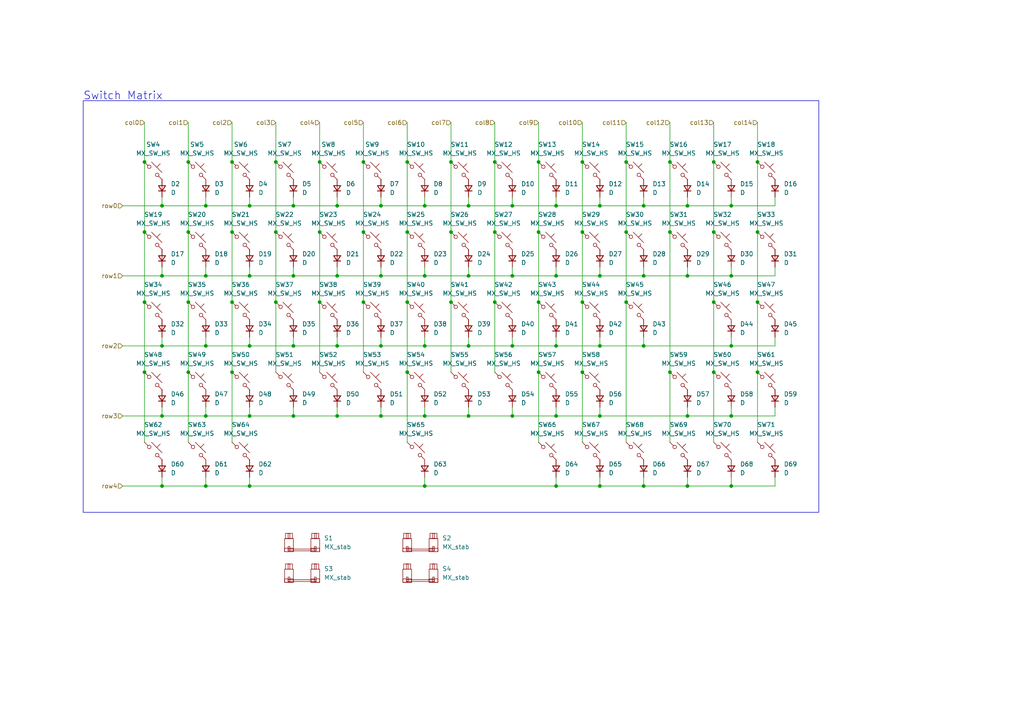
<source format=kicad_sch>
(kicad_sch (version 20230121) (generator eeschema)
  (paper "A4")
  (lib_symbols
    (symbol "Device:D_Small" (pin_numbers hide) (pin_names (offset 0.254) hide)
      (property "Reference" "D" (at -1.27 2.032 0))
      (property "Value" "D_Small" (at -3.81 -2.032 0))
      (symbol "D_Small_1_1"
        (pin passive line (at -2.54 0 0) (length 1.778) (name "K") (number "1"))
        (pin passive line (at 2.54 0 180) (length 1.778) (name "A") (number "2"))
      )
    )
    (symbol "marbastlib-mx:MX_SW_HS" (pin_numbers hide) (pin_names (offset 1.016) hide)
      (property "Reference" "SW" (at 3.048 1.016 0))
      (property "Value" "MX_SW_HS" (at 0 -3.81 0))
      (symbol "MX_SW_HS_0_1"
        (pin passive line (at -2.54 2.54 0) (length 0) (name "1") (number "1"))
        (pin passive line (at 2.54 -2.54 180) (length 0) (name "2") (number "2"))
      )
    )
    (symbol "marbastlib-mx:MX_stab" (pin_names (offset 1.016))
      (property "Reference" "S" (at -5.08 6.35 0))
      (property "Value" "MX_stab" (at -5.08 3.81 0))
    )
  )
  (junction (at 67.31 46.99))
  (junction (at 212.09 120.65))
  (junction (at 110.49 100.33))
  (junction (at 123.19 140.97))
  (junction (at 72.39 59.69))
  (junction (at 173.99 59.69))
  (junction (at 80.01 46.99))
  (junction (at 130.81 67.31))
  (junction (at 156.21 107.95))
  (junction (at 161.29 80.01))
  (junction (at 212.09 140.97))
  (junction (at 118.11 87.63))
  (junction (at 212.09 59.69))
  (junction (at 118.11 107.95))
  (junction (at 67.31 87.63))
  (junction (at 97.79 80.01))
  (junction (at 143.51 67.31))
  (junction (at 41.91 107.95))
  (junction (at 105.41 46.99))
  (junction (at 181.61 46.99))
  (junction (at 161.29 120.65))
  (junction (at 168.91 46.99))
  (junction (at 97.79 120.65))
  (junction (at 46.99 80.01))
  (junction (at 186.69 140.97))
  (junction (at 219.71 107.95))
  (junction (at 67.31 107.95))
  (junction (at 54.61 107.95))
  (junction (at 80.01 87.63))
  (junction (at 72.39 140.97))
  (junction (at 207.01 107.95))
  (junction (at 168.91 67.31))
  (junction (at 59.69 80.01))
  (junction (at 59.69 140.97))
  (junction (at 212.09 80.01))
  (junction (at 219.71 46.99))
  (junction (at 72.39 100.33))
  (junction (at 110.49 80.01))
  (junction (at 156.21 67.31))
  (junction (at 161.29 59.69))
  (junction (at 135.89 120.65))
  (junction (at 199.39 120.65))
  (junction (at 207.01 87.63))
  (junction (at 207.01 46.99))
  (junction (at 46.99 100.33))
  (junction (at 110.49 59.69))
  (junction (at 199.39 80.01))
  (junction (at 92.71 87.63))
  (junction (at 85.09 120.65))
  (junction (at 72.39 120.65))
  (junction (at 173.99 140.97))
  (junction (at 219.71 67.31))
  (junction (at 219.71 87.63))
  (junction (at 173.99 100.33))
  (junction (at 85.09 59.69))
  (junction (at 173.99 120.65))
  (junction (at 130.81 87.63))
  (junction (at 105.41 87.63))
  (junction (at 118.11 67.31))
  (junction (at 135.89 80.01))
  (junction (at 148.59 59.69))
  (junction (at 194.31 67.31))
  (junction (at 54.61 46.99))
  (junction (at 186.69 59.69))
  (junction (at 118.11 46.99))
  (junction (at 156.21 87.63))
  (junction (at 46.99 59.69))
  (junction (at 72.39 80.01))
  (junction (at 123.19 120.65))
  (junction (at 54.61 87.63))
  (junction (at 161.29 100.33))
  (junction (at 181.61 67.31))
  (junction (at 41.91 87.63))
  (junction (at 143.51 46.99))
  (junction (at 67.31 67.31))
  (junction (at 173.99 80.01))
  (junction (at 181.61 87.63))
  (junction (at 92.71 67.31))
  (junction (at 148.59 120.65))
  (junction (at 148.59 100.33))
  (junction (at 156.21 46.99))
  (junction (at 59.69 120.65))
  (junction (at 123.19 80.01))
  (junction (at 92.71 46.99))
  (junction (at 59.69 59.69))
  (junction (at 161.29 140.97))
  (junction (at 212.09 100.33))
  (junction (at 186.69 100.33))
  (junction (at 194.31 107.95))
  (junction (at 199.39 140.97))
  (junction (at 41.91 46.99))
  (junction (at 168.91 87.63))
  (junction (at 80.01 67.31))
  (junction (at 123.19 100.33))
  (junction (at 186.69 80.01))
  (junction (at 85.09 80.01))
  (junction (at 143.51 87.63))
  (junction (at 46.99 120.65))
  (junction (at 199.39 59.69))
  (junction (at 135.89 100.33))
  (junction (at 135.89 59.69))
  (junction (at 207.01 67.31))
  (junction (at 46.99 140.97))
  (junction (at 168.91 107.95))
  (junction (at 105.41 67.31))
  (junction (at 123.19 59.69))
  (junction (at 194.31 46.99))
  (junction (at 85.09 100.33))
  (junction (at 110.49 120.65))
  (junction (at 148.59 80.01))
  (junction (at 59.69 100.33))
  (junction (at 97.79 100.33))
  (junction (at 130.81 46.99))
  (junction (at 41.91 67.31))
  (junction (at 54.61 67.31))
  (junction (at 97.79 59.69))
  (wire (pts (xy 156.21 107.95) (xy 156.21 128.27)))
  (wire (pts (xy 92.71 67.31) (xy 92.71 87.63)))
  (wire (pts (xy 41.91 107.95) (xy 41.91 128.27)))
  (wire (pts (xy 85.09 120.65) (xy 97.79 120.65)))
  (wire (pts (xy 168.91 107.95) (xy 168.91 128.27)))
  (wire (pts (xy 59.69 97.79) (xy 59.69 100.33)))
  (wire (pts (xy 118.11 67.31) (xy 118.11 87.63)))
  (wire (pts (xy 72.39 97.79) (xy 72.39 100.33)))
  (wire (pts (xy 161.29 77.47) (xy 161.29 80.01)))
  (wire (pts (xy 199.39 80.01) (xy 212.09 80.01)))
  (polyline (pts (xy 24.13 30.48) (xy 24.13 31.75)))
  (wire (pts (xy 207.01 67.31) (xy 207.01 87.63)))
  (wire (pts (xy 199.39 59.69) (xy 212.09 59.69)))
  (wire (pts (xy 35.56 100.33) (xy 46.99 100.33)))
  (wire (pts (xy 130.81 35.56) (xy 130.81 46.99)))
  (wire (pts (xy 92.71 35.56) (xy 92.71 46.99)))
  (wire (pts (xy 97.79 77.47) (xy 97.79 80.01)))
  (polyline (pts (xy 24.13 148.59) (xy 237.49 148.59)))
  (wire (pts (xy 224.79 140.97) (xy 224.79 138.43)))
  (wire (pts (xy 168.91 87.63) (xy 168.91 107.95)))
  (wire (pts (xy 54.61 46.99) (xy 54.61 67.31)))
  (polyline (pts (xy 237.49 148.59) (xy 237.49 29.21)))
  (wire (pts (xy 219.71 46.99) (xy 219.71 67.31)))
  (wire (pts (xy 135.89 57.15) (xy 135.89 59.69)))
  (wire (pts (xy 59.69 80.01) (xy 72.39 80.01)))
  (wire (pts (xy 85.09 57.15) (xy 85.09 59.69)))
  (wire (pts (xy 156.21 46.99) (xy 156.21 67.31)))
  (wire (pts (xy 72.39 140.97) (xy 123.19 140.97)))
  (wire (pts (xy 224.79 57.15) (xy 224.79 59.69)))
  (wire (pts (xy 110.49 100.33) (xy 123.19 100.33)))
  (wire (pts (xy 143.51 67.31) (xy 143.51 87.63)))
  (wire (pts (xy 173.99 77.47) (xy 173.99 80.01)))
  (wire (pts (xy 110.49 77.47) (xy 110.49 80.01)))
  (wire (pts (xy 54.61 67.31) (xy 54.61 87.63)))
  (wire (pts (xy 85.09 77.47) (xy 85.09 80.01)))
  (polyline (pts (xy 24.13 29.21) (xy 24.13 30.48)))
  (wire (pts (xy 123.19 138.43) (xy 123.19 140.97)))
  (wire (pts (xy 97.79 57.15) (xy 97.79 59.69)))
  (wire (pts (xy 173.99 97.79) (xy 173.99 100.33)))
  (wire (pts (xy 67.31 35.56) (xy 67.31 46.99)))
  (wire (pts (xy 118.11 87.63) (xy 118.11 107.95)))
  (wire (pts (xy 54.61 107.95) (xy 54.61 128.27)))
  (wire (pts (xy 173.99 100.33) (xy 186.69 100.33)))
  (wire (pts (xy 123.19 77.47) (xy 123.19 80.01)))
  (wire (pts (xy 110.49 97.79) (xy 110.49 100.33)))
  (wire (pts (xy 59.69 120.65) (xy 72.39 120.65)))
  (wire (pts (xy 212.09 97.79) (xy 212.09 100.33)))
  (wire (pts (xy 148.59 118.11) (xy 148.59 120.65)))
  (wire (pts (xy 212.09 120.65) (xy 224.79 120.65)))
  (wire (pts (xy 168.91 67.31) (xy 168.91 87.63)))
  (wire (pts (xy 110.49 57.15) (xy 110.49 59.69)))
  (wire (pts (xy 80.01 87.63) (xy 80.01 107.95)))
  (wire (pts (xy 199.39 140.97) (xy 212.09 140.97)))
  (wire (pts (xy 173.99 57.15) (xy 173.99 59.69)))
  (wire (pts (xy 67.31 87.63) (xy 67.31 107.95)))
  (wire (pts (xy 92.71 46.99) (xy 92.71 67.31)))
  (wire (pts (xy 72.39 138.43) (xy 72.39 140.97)))
  (wire (pts (xy 59.69 138.43) (xy 59.69 140.97)))
  (wire (pts (xy 85.09 59.69) (xy 97.79 59.69)))
  (wire (pts (xy 207.01 35.56) (xy 207.01 46.99)))
  (wire (pts (xy 194.31 46.99) (xy 194.31 67.31)))
  (wire (pts (xy 46.99 97.79) (xy 46.99 100.33)))
  (wire (pts (xy 46.99 59.69) (xy 59.69 59.69)))
  (wire (pts (xy 123.19 59.69) (xy 135.89 59.69)))
  (wire (pts (xy 143.51 87.63) (xy 143.51 107.95)))
  (wire (pts (xy 67.31 46.99) (xy 67.31 67.31)))
  (wire (pts (xy 207.01 87.63) (xy 207.01 107.95)))
  (wire (pts (xy 135.89 97.79) (xy 135.89 100.33)))
  (wire (pts (xy 41.91 67.31) (xy 41.91 87.63)))
  (wire (pts (xy 161.29 100.33) (xy 173.99 100.33)))
  (wire (pts (xy 46.99 57.15) (xy 46.99 59.69)))
  (wire (pts (xy 148.59 59.69) (xy 161.29 59.69)))
  (wire (pts (xy 35.56 59.69) (xy 46.99 59.69)))
  (wire (pts (xy 92.71 87.63) (xy 92.71 107.95)))
  (wire (pts (xy 186.69 57.15) (xy 186.69 59.69)))
  (wire (pts (xy 72.39 77.47) (xy 72.39 80.01)))
  (wire (pts (xy 212.09 80.01) (xy 224.79 80.01)))
  (wire (pts (xy 59.69 77.47) (xy 59.69 80.01)))
  (wire (pts (xy 97.79 97.79) (xy 97.79 100.33)))
  (wire (pts (xy 199.39 77.47) (xy 199.39 80.01)))
  (polyline (pts (xy 237.49 29.21) (xy 24.13 29.21)))
  (wire (pts (xy 46.99 80.01) (xy 59.69 80.01)))
  (wire (pts (xy 168.91 35.56) (xy 168.91 46.99)))
  (wire (pts (xy 110.49 80.01) (xy 123.19 80.01)))
  (wire (pts (xy 186.69 77.47) (xy 186.69 80.01)))
  (wire (pts (xy 118.11 107.95) (xy 118.11 128.27)))
  (wire (pts (xy 59.69 59.69) (xy 72.39 59.69)))
  (wire (pts (xy 212.09 57.15) (xy 212.09 59.69)))
  (wire (pts (xy 212.09 140.97) (xy 224.79 140.97)))
  (wire (pts (xy 173.99 59.69) (xy 186.69 59.69)))
  (wire (pts (xy 80.01 46.99) (xy 80.01 67.31)))
  (wire (pts (xy 46.99 120.65) (xy 59.69 120.65)))
  (wire (pts (xy 135.89 118.11) (xy 135.89 120.65)))
  (wire (pts (xy 67.31 67.31) (xy 67.31 87.63)))
  (wire (pts (xy 46.99 140.97) (xy 59.69 140.97)))
  (wire (pts (xy 72.39 118.11) (xy 72.39 120.65)))
  (wire (pts (xy 148.59 120.65) (xy 161.29 120.65)))
  (wire (pts (xy 123.19 140.97) (xy 161.29 140.97)))
  (wire (pts (xy 156.21 87.63) (xy 156.21 107.95)))
  (wire (pts (xy 207.01 46.99) (xy 207.01 67.31)))
  (wire (pts (xy 123.19 57.15) (xy 123.19 59.69)))
  (wire (pts (xy 212.09 118.11) (xy 212.09 120.65)))
  (wire (pts (xy 123.19 118.11) (xy 123.19 120.65)))
  (wire (pts (xy 46.99 100.33) (xy 59.69 100.33)))
  (wire (pts (xy 148.59 100.33) (xy 161.29 100.33)))
  (wire (pts (xy 148.59 77.47) (xy 148.59 80.01)))
  (wire (pts (xy 181.61 35.56) (xy 181.61 46.99)))
  (wire (pts (xy 135.89 59.69) (xy 148.59 59.69)))
  (wire (pts (xy 219.71 35.56) (xy 219.71 46.99)))
  (wire (pts (xy 105.41 46.99) (xy 105.41 67.31)))
  (wire (pts (xy 41.91 35.56) (xy 41.91 46.99)))
  (wire (pts (xy 110.49 59.69) (xy 123.19 59.69)))
  (wire (pts (xy 118.11 46.99) (xy 118.11 67.31)))
  (wire (pts (xy 161.29 59.69) (xy 173.99 59.69)))
  (wire (pts (xy 207.01 107.95) (xy 207.01 128.27)))
  (wire (pts (xy 219.71 107.95) (xy 219.71 128.27)))
  (wire (pts (xy 59.69 118.11) (xy 59.69 120.65)))
  (wire (pts (xy 110.49 118.11) (xy 110.49 120.65)))
  (wire (pts (xy 123.19 100.33) (xy 135.89 100.33)))
  (wire (pts (xy 85.09 118.11) (xy 85.09 120.65)))
  (wire (pts (xy 186.69 80.01) (xy 199.39 80.01)))
  (wire (pts (xy 199.39 118.11) (xy 199.39 120.65)))
  (wire (pts (xy 161.29 120.65) (xy 173.99 120.65)))
  (wire (pts (xy 72.39 80.01) (xy 85.09 80.01)))
  (wire (pts (xy 105.41 67.31) (xy 105.41 87.63)))
  (wire (pts (xy 161.29 80.01) (xy 173.99 80.01)))
  (wire (pts (xy 35.56 120.65) (xy 46.99 120.65)))
  (wire (pts (xy 212.09 138.43) (xy 212.09 140.97)))
  (wire (pts (xy 181.61 87.63) (xy 181.61 128.27)))
  (wire (pts (xy 161.29 57.15) (xy 161.29 59.69)))
  (wire (pts (xy 161.29 138.43) (xy 161.29 140.97)))
  (wire (pts (xy 212.09 77.47) (xy 212.09 80.01)))
  (wire (pts (xy 224.79 77.47) (xy 224.79 80.01)))
  (wire (pts (xy 41.91 87.63) (xy 41.91 107.95)))
  (wire (pts (xy 186.69 59.69) (xy 199.39 59.69)))
  (wire (pts (xy 72.39 57.15) (xy 72.39 59.69)))
  (wire (pts (xy 110.49 120.65) (xy 123.19 120.65)))
  (wire (pts (xy 194.31 67.31) (xy 194.31 107.95)))
  (wire (pts (xy 173.99 118.11) (xy 173.99 120.65)))
  (wire (pts (xy 173.99 138.43) (xy 173.99 140.97)))
  (wire (pts (xy 59.69 57.15) (xy 59.69 59.69)))
  (wire (pts (xy 173.99 120.65) (xy 199.39 120.65)))
  (wire (pts (xy 97.79 118.11) (xy 97.79 120.65)))
  (wire (pts (xy 130.81 67.31) (xy 130.81 87.63)))
  (wire (pts (xy 219.71 87.63) (xy 219.71 107.95)))
  (wire (pts (xy 161.29 118.11) (xy 161.29 120.65)))
  (wire (pts (xy 186.69 138.43) (xy 186.69 140.97)))
  (wire (pts (xy 46.99 77.47) (xy 46.99 80.01)))
  (wire (pts (xy 173.99 140.97) (xy 186.69 140.97)))
  (wire (pts (xy 72.39 120.65) (xy 85.09 120.65)))
  (wire (pts (xy 54.61 35.56) (xy 54.61 46.99)))
  (wire (pts (xy 224.79 97.79) (xy 224.79 100.33)))
  (wire (pts (xy 35.56 80.01) (xy 46.99 80.01)))
  (wire (pts (xy 161.29 140.97) (xy 173.99 140.97)))
  (wire (pts (xy 105.41 87.63) (xy 105.41 107.95)))
  (wire (pts (xy 186.69 100.33) (xy 212.09 100.33)))
  (wire (pts (xy 97.79 80.01) (xy 110.49 80.01)))
  (wire (pts (xy 199.39 138.43) (xy 199.39 140.97)))
  (wire (pts (xy 46.99 118.11) (xy 46.99 120.65)))
  (wire (pts (xy 156.21 67.31) (xy 156.21 87.63)))
  (wire (pts (xy 168.91 46.99) (xy 168.91 67.31)))
  (wire (pts (xy 135.89 120.65) (xy 148.59 120.65)))
  (wire (pts (xy 181.61 67.31) (xy 181.61 87.63)))
  (wire (pts (xy 123.19 97.79) (xy 123.19 100.33)))
  (wire (pts (xy 148.59 97.79) (xy 148.59 100.33)))
  (wire (pts (xy 148.59 57.15) (xy 148.59 59.69)))
  (wire (pts (xy 80.01 67.31) (xy 80.01 87.63)))
  (wire (pts (xy 59.69 140.97) (xy 72.39 140.97)))
  (wire (pts (xy 123.19 120.65) (xy 135.89 120.65)))
  (polyline (pts (xy 24.13 31.75) (xy 24.13 148.59)))
  (wire (pts (xy 161.29 97.79) (xy 161.29 100.33)))
  (wire (pts (xy 35.56 140.97) (xy 46.99 140.97)))
  (wire (pts (xy 143.51 35.56) (xy 143.51 46.99)))
  (wire (pts (xy 186.69 97.79) (xy 186.69 100.33)))
  (wire (pts (xy 67.31 107.95) (xy 67.31 128.27)))
  (wire (pts (xy 85.09 100.33) (xy 97.79 100.33)))
  (wire (pts (xy 173.99 80.01) (xy 186.69 80.01)))
  (wire (pts (xy 54.61 87.63) (xy 54.61 107.95)))
  (wire (pts (xy 148.59 80.01) (xy 161.29 80.01)))
  (wire (pts (xy 181.61 46.99) (xy 181.61 67.31)))
  (wire (pts (xy 80.01 35.56) (xy 80.01 46.99)))
  (wire (pts (xy 143.51 46.99) (xy 143.51 67.31)))
  (wire (pts (xy 194.31 107.95) (xy 194.31 128.27)))
  (wire (pts (xy 212.09 100.33) (xy 224.79 100.33)))
  (wire (pts (xy 224.79 118.11) (xy 224.79 120.65)))
  (wire (pts (xy 85.09 97.79) (xy 85.09 100.33)))
  (wire (pts (xy 186.69 140.97) (xy 199.39 140.97)))
  (wire (pts (xy 105.41 35.56) (xy 105.41 46.99)))
  (wire (pts (xy 212.09 59.69) (xy 224.79 59.69)))
  (wire (pts (xy 194.31 35.56) (xy 194.31 46.99)))
  (wire (pts (xy 118.11 35.56) (xy 118.11 46.99)))
  (wire (pts (xy 97.79 100.33) (xy 110.49 100.33)))
  (wire (pts (xy 135.89 100.33) (xy 148.59 100.33)))
  (wire (pts (xy 156.21 35.56) (xy 156.21 46.99)))
  (wire (pts (xy 199.39 57.15) (xy 199.39 59.69)))
  (wire (pts (xy 46.99 138.43) (xy 46.99 140.97)))
  (wire (pts (xy 130.81 46.99) (xy 130.81 67.31)))
  (wire (pts (xy 72.39 100.33) (xy 85.09 100.33)))
  (wire (pts (xy 97.79 59.69) (xy 110.49 59.69)))
  (wire (pts (xy 135.89 77.47) (xy 135.89 80.01)))
  (wire (pts (xy 85.09 80.01) (xy 97.79 80.01)))
  (wire (pts (xy 59.69 100.33) (xy 72.39 100.33)))
  (wire (pts (xy 123.19 80.01) (xy 135.89 80.01)))
  (wire (pts (xy 41.91 46.99) (xy 41.91 67.31)))
  (wire (pts (xy 135.89 80.01) (xy 148.59 80.01)))
  (wire (pts (xy 199.39 120.65) (xy 212.09 120.65)))
  (wire (pts (xy 97.79 120.65) (xy 110.49 120.65)))
  (wire (pts (xy 72.39 59.69) (xy 85.09 59.69)))
  (wire (pts (xy 219.71 67.31) (xy 219.71 87.63)))
  (wire (pts (xy 130.81 87.63) (xy 130.81 107.95)))
  (text "Switch Matrix" (at 24.13 29.21 0) (effects (font (size 2.27 2.27)) (justify left bottom)))
  (hierarchical_label "row2" (shape input) (at 35.56 100.33 180))
  (hierarchical_label "col12" (shape input) (at 194.31 35.56 180))
  (hierarchical_label "col14" (shape input) (at 219.71 35.56 180))
  (hierarchical_label "row4" (shape input) (at 35.56 140.97 180))
  (hierarchical_label "col5" (shape input) (at 105.41 35.56 180))
  (hierarchical_label "col9" (shape input) (at 156.21 35.56 180))
  (hierarchical_label "col6" (shape input) (at 118.11 35.56 180))
  (hierarchical_label "row0" (shape input) (at 35.56 59.69 180))
  (hierarchical_label "col7" (shape input) (at 130.81 35.56 180))
  (hierarchical_label "row3" (shape input) (at 35.56 120.65 180))
  (hierarchical_label "col13" (shape input) (at 207.01 35.56 180))
  (hierarchical_label "col8" (shape input) (at 143.51 35.56 180))
  (hierarchical_label "col0" (shape input) (at 41.91 35.56 180))
  (hierarchical_label "col10" (shape input) (at 168.91 35.56 180))
  (hierarchical_label "col2" (shape input) (at 67.31 35.56 180))
  (hierarchical_label "row1" (shape input) (at 35.56 80.01 180))
  (hierarchical_label "col4" (shape input) (at 92.71 35.56 180))
  (hierarchical_label "col3" (shape input) (at 80.01 35.56 180))
  (hierarchical_label "col11" (shape input) (at 181.61 35.56 180))
  (hierarchical_label "col1" (shape input) (at 54.61 35.56 180))
  (symbol (lib_id "Device:D_Small") (at 135.89 115.57 90) (unit 1)
    (property "Reference" "D53" (at 138.43 114.2999 90) (effects (justify right)))
    (property "Value" "D" (at 138.43 116.8399 90) (effects (justify right)))
    (property "Footprint" "marbastvary:D_DO-35_SOD27_P5.08mm_Horizontal" (effects hide))
  )
  (symbol (lib_id "marbastlib-mx:MX_SW_HS") (at 209.55 69.85 0) (unit 1)
    (property "Reference" "SW32" (at 209.55 62.23 0))
    (property "Value" "MX_SW_HS" (at 209.55 64.77 0))
    (property "Footprint" "marbastmx:SW_MX_1.5u" (effects hide))
  )
  (symbol (lib_id "marbastlib-mx:MX_SW_HS") (at 171.45 69.85 0) (unit 1)
    (property "Reference" "SW29" (at 171.45 62.23 0))
    (property "Value" "MX_SW_HS" (at 171.45 64.77 0))
    (property "Footprint" "marbastmx:SW_MX_1u" (effects hide))
  )
  (symbol (lib_id "marbastlib-mx:MX_SW_HS") (at 120.65 49.53 0) (unit 1)
    (property "Reference" "SW10" (at 120.65 41.91 0))
    (property "Value" "MX_SW_HS" (at 120.65 44.45 0))
    (property "Footprint" "marbastmx:SW_MX_1u" (effects hide))
  )
  (symbol (lib_id "Device:D_Small") (at 212.09 115.57 90) (unit 1)
    (property "Reference" "D58" (at 214.63 114.2999 90) (effects (justify right)))
    (property "Value" "D" (at 214.63 116.8399 90) (effects (justify right)))
    (property "Footprint" "marbastvary:D_DO-35_SOD27_P5.08mm_Horizontal" (effects hide))
  )
  (symbol (lib_id "Device:D_Small") (at 224.79 54.61 90) (unit 1)
    (property "Reference" "D16" (at 227.33 53.3399 90) (effects (justify right)))
    (property "Value" "D" (at 227.33 55.8799 90) (effects (justify right)))
    (property "Footprint" "marbastvary:D_DO-35_SOD27_P5.08mm_Horizontal" (effects hide))
  )
  (symbol (lib_id "Device:D_Small") (at 123.19 115.57 90) (unit 1)
    (property "Reference" "D52" (at 125.73 114.2999 90) (effects (justify right)))
    (property "Value" "D" (at 125.73 116.8399 90) (effects (justify right)))
    (property "Footprint" "marbastvary:D_DO-35_SOD27_P5.08mm_Horizontal" (effects hide))
  )
  (symbol (lib_id "Device:D_Small") (at 135.89 95.25 90) (unit 1)
    (property "Reference" "D39" (at 138.43 93.9799 90) (effects (justify right)))
    (property "Value" "D" (at 138.43 96.5199 90) (effects (justify right)))
    (property "Footprint" "marbastvary:D_DO-35_SOD27_P5.08mm_Horizontal" (effects hide))
  )
  (symbol (lib_id "marbastlib-mx:MX_SW_HS") (at 184.15 130.81 0) (unit 1)
    (property "Reference" "SW68" (at 184.15 123.19 0))
    (property "Value" "MX_SW_HS" (at 184.15 125.73 0))
    (property "Footprint" "marbastmx:SW_MX_1u" (effects hide))
  )
  (symbol (lib_id "Device:D_Small") (at 85.09 54.61 90) (unit 1)
    (property "Reference" "D5" (at 87.63 53.3399 90) (effects (justify right)))
    (property "Value" "D" (at 87.63 55.8799 90) (effects (justify right)))
    (property "Footprint" "marbastvary:D_DO-35_SOD27_P5.08mm_Horizontal" (effects hide))
  )
  (symbol (lib_id "Device:D_Small") (at 123.19 95.25 90) (unit 1)
    (property "Reference" "D38" (at 125.73 93.9799 90) (effects (justify right)))
    (property "Value" "D" (at 125.73 96.5199 90) (effects (justify right)))
    (property "Footprint" "marbastvary:D_DO-35_SOD27_P5.08mm_Horizontal" (effects hide))
  )
  (symbol (lib_id "marbastlib-mx:MX_SW_HS") (at 171.45 90.17 0) (unit 1)
    (property "Reference" "SW44" (at 171.45 82.55 0))
    (property "Value" "MX_SW_HS" (at 171.45 85.09 0))
    (property "Footprint" "marbastmx:SW_MX_1u" (effects hide))
  )
  (symbol (lib_id "Device:D_Small") (at 224.79 135.89 90) (unit 1)
    (property "Reference" "D69" (at 227.33 134.6199 90) (effects (justify right)))
    (property "Value" "D" (at 227.33 137.1599 90) (effects (justify right)))
    (property "Footprint" "marbastvary:D_DO-35_SOD27_P5.08mm_Horizontal" (effects hide))
  )
  (symbol (lib_id "marbastlib-mx:MX_SW_HS") (at 133.35 69.85 0) (unit 1)
    (property "Reference" "SW26" (at 133.35 62.23 0))
    (property "Value" "MX_SW_HS" (at 133.35 64.77 0))
    (property "Footprint" "marbastmx:SW_MX_1u" (effects hide))
  )
  (symbol (lib_id "marbastlib-mx:MX_SW_HS") (at 69.85 49.53 0) (unit 1)
    (property "Reference" "SW6" (at 69.85 41.91 0))
    (property "Value" "MX_SW_HS" (at 69.85 44.45 0))
    (property "Footprint" "marbastmx:SW_MX_1u" (effects hide))
  )
  (symbol (lib_id "Device:D_Small") (at 161.29 95.25 90) (unit 1)
    (property "Reference" "D41" (at 163.83 93.9799 90) (effects (justify right)))
    (property "Value" "D" (at 163.83 96.5199 90) (effects (justify right)))
    (property "Footprint" "marbastvary:D_DO-35_SOD27_P5.08mm_Horizontal" (effects hide))
  )
  (symbol (lib_id "Device:D_Small") (at 173.99 74.93 90) (unit 1)
    (property "Reference" "D27" (at 176.53 73.6599 90) (effects (justify right)))
    (property "Value" "D" (at 176.53 76.1999 90) (effects (justify right)))
    (property "Footprint" "marbastvary:D_DO-35_SOD27_P5.08mm_Horizontal" (effects hide))
  )
  (symbol (lib_id "Device:D_Small") (at 173.99 95.25 90) (unit 1)
    (property "Reference" "D42" (at 176.53 93.9799 90) (effects (justify right)))
    (property "Value" "D" (at 176.53 96.5199 90) (effects (justify right)))
    (property "Footprint" "marbastvary:D_DO-35_SOD27_P5.08mm_Horizontal" (effects hide))
  )
  (symbol (lib_id "Device:D_Small") (at 186.69 95.25 90) (unit 1)
    (property "Reference" "D43" (at 189.23 93.9799 90) (effects (justify right)))
    (property "Value" "D" (at 189.23 96.5199 90) (effects (justify right)))
    (property "Footprint" "marbastvary:D_DO-35_SOD27_P5.08mm_Horizontal" (effects hide))
  )
  (symbol (lib_id "Device:D_Small") (at 224.79 74.93 90) (unit 1)
    (property "Reference" "D31" (at 227.33 73.6599 90) (effects (justify right)))
    (property "Value" "D" (at 227.33 76.1999 90) (effects (justify right)))
    (property "Footprint" "marbastvary:D_DO-35_SOD27_P5.08mm_Horizontal" (effects hide))
  )
  (symbol (lib_id "marbastlib-mx:MX_SW_HS") (at 107.95 49.53 0) (unit 1)
    (property "Reference" "SW9" (at 107.95 41.91 0))
    (property "Value" "MX_SW_HS" (at 107.95 44.45 0))
    (property "Footprint" "marbastmx:SW_MX_1u" (effects hide))
  )
  (symbol (lib_id "Device:D_Small") (at 224.79 115.57 90) (unit 1)
    (property "Reference" "D59" (at 227.33 114.2999 90) (effects (justify right)))
    (property "Value" "D" (at 227.33 116.8399 90) (effects (justify right)))
    (property "Footprint" "marbastvary:D_DO-35_SOD27_P5.08mm_Horizontal" (effects hide))
  )
  (symbol (lib_id "marbastlib-mx:MX_SW_HS") (at 107.95 90.17 0) (unit 1)
    (property "Reference" "SW39" (at 107.95 82.55 0))
    (property "Value" "MX_SW_HS" (at 107.95 85.09 0))
    (property "Footprint" "marbastmx:SW_MX_1u" (effects hide))
  )
  (symbol (lib_id "Device:D_Small") (at 110.49 115.57 90) (unit 1)
    (property "Reference" "D51" (at 113.03 114.2999 90) (effects (justify right)))
    (property "Value" "D" (at 113.03 116.8399 90) (effects (justify right)))
    (property "Footprint" "marbastvary:D_DO-35_SOD27_P5.08mm_Horizontal" (effects hide))
  )
  (symbol (lib_id "Device:D_Small") (at 110.49 95.25 90) (unit 1)
    (property "Reference" "D37" (at 113.03 93.9799 90) (effects (justify right)))
    (property "Value" "D" (at 113.03 96.5199 90) (effects (justify right)))
    (property "Footprint" "marbastvary:D_DO-35_SOD27_P5.08mm_Horizontal" (effects hide))
  )
  (symbol (lib_id "Device:D_Small") (at 46.99 74.93 90) (unit 1)
    (property "Reference" "D17" (at 49.53 73.6599 90) (effects (justify right)))
    (property "Value" "D" (at 49.53 76.1999 90) (effects (justify right)))
    (property "Footprint" "marbastvary:D_DO-35_SOD27_P5.08mm_Horizontal" (effects hide))
  )
  (symbol (lib_id "marbastlib-mx:MX_SW_HS") (at 196.85 110.49 0) (unit 1)
    (property "Reference" "SW59" (at 196.85 102.87 0))
    (property "Value" "MX_SW_HS" (at 196.85 105.41 0))
    (property "Footprint" "marbastmx:SW_MX_1.75u" (effects hide))
  )
  (symbol (lib_id "Device:D_Small") (at 46.99 135.89 90) (unit 1)
    (property "Reference" "D60" (at 49.53 134.6199 90) (effects (justify right)))
    (property "Value" "D" (at 49.53 137.1599 90) (effects (justify right)))
    (property "Footprint" "marbastvary:D_DO-35_SOD27_P5.08mm_Horizontal" (effects hide))
  )
  (symbol (lib_id "Device:D_Small") (at 97.79 74.93 90) (unit 1)
    (property "Reference" "D21" (at 100.33 73.6599 90) (effects (justify right)))
    (property "Value" "D" (at 100.33 76.1999 90) (effects (justify right)))
    (property "Footprint" "marbastvary:D_DO-35_SOD27_P5.08mm_Horizontal" (effects hide))
  )
  (symbol (lib_id "marbastlib-mx:MX_SW_HS") (at 184.15 69.85 0) (unit 1)
    (property "Reference" "SW30" (at 184.15 62.23 0))
    (property "Value" "MX_SW_HS" (at 184.15 64.77 0))
    (property "Footprint" "marbastmx:SW_MX_1u" (effects hide))
  )
  (symbol (lib_id "marbastlib-mx:MX_SW_HS") (at 184.15 90.17 0) (unit 1)
    (property "Reference" "SW45" (at 184.15 82.55 0))
    (property "Value" "MX_SW_HS" (at 184.15 85.09 0))
    (property "Footprint" "marbastmx:SW_MX_1u" (effects hide))
  )
  (symbol (lib_id "marbastlib-mx:MX_SW_HS") (at 44.45 90.17 0) (unit 1)
    (property "Reference" "SW34" (at 44.45 82.55 0))
    (property "Value" "MX_SW_HS" (at 44.45 85.09 0))
    (property "Footprint" "marbastmx:SW_MX_1.75u" (effects hide))
  )
  (symbol (lib_id "marbastlib-mx:MX_SW_HS") (at 82.55 110.49 0) (unit 1)
    (property "Reference" "SW51" (at 82.55 102.87 0))
    (property "Value" "MX_SW_HS" (at 82.55 105.41 0))
    (property "Footprint" "marbastmx:SW_MX_1u" (effects hide))
  )
  (symbol (lib_id "marbastlib-mx:MX_SW_HS") (at 209.55 130.81 0) (unit 1)
    (property "Reference" "SW70" (at 209.55 123.19 0))
    (property "Value" "MX_SW_HS" (at 209.55 125.73 0))
    (property "Footprint" "marbastmx:SW_MX_1u" (effects hide))
  )
  (symbol (lib_id "Device:D_Small") (at 199.39 135.89 90) (unit 1)
    (property "Reference" "D67" (at 201.93 134.6199 90) (effects (justify right)))
    (property "Value" "D" (at 201.93 137.1599 90) (effects (justify right)))
    (property "Footprint" "marbastvary:D_DO-35_SOD27_P5.08mm_Horizontal" (effects hide))
  )
  (symbol (lib_id "marbastlib-mx:MX_SW_HS") (at 171.45 130.81 0) (unit 1)
    (property "Reference" "SW67" (at 171.45 123.19 0))
    (property "Value" "MX_SW_HS" (at 171.45 125.73 0))
    (property "Footprint" "marbastmx:SW_MX_1u" (effects hide))
  )
  (symbol (lib_id "Device:D_Small") (at 199.39 115.57 90) (unit 1)
    (property "Reference" "D57" (at 201.93 114.2999 90) (effects (justify right)))
    (property "Value" "D" (at 201.93 116.8399 90) (effects (justify right)))
    (property "Footprint" "marbastvary:D_DO-35_SOD27_P5.08mm_Horizontal" (effects hide))
  )
  (symbol (lib_id "Device:D_Small") (at 173.99 135.89 90) (unit 1)
    (property "Reference" "D65" (at 176.53 134.6199 90) (effects (justify right)))
    (property "Value" "D" (at 176.53 137.1599 90) (effects (justify right)))
    (property "Footprint" "marbastvary:D_DO-35_SOD27_P5.08mm_Horizontal" (effects hide))
  )
  (symbol (lib_id "marbastlib-mx:MX_SW_HS") (at 57.15 69.85 0) (unit 1)
    (property "Reference" "SW20" (at 57.15 62.23 0))
    (property "Value" "MX_SW_HS" (at 57.15 64.77 0))
    (property "Footprint" "marbastmx:SW_MX_1u" (effects hide))
  )
  (symbol (lib_id "marbastlib-mx:MX_SW_HS") (at 57.15 49.53 0) (unit 1)
    (property "Reference" "SW5" (at 57.15 41.91 0))
    (property "Value" "MX_SW_HS" (at 57.15 44.45 0))
    (property "Footprint" "marbastmx:SW_MX_1u" (effects hide))
  )
  (symbol (lib_id "marbastlib-mx:MX_SW_HS") (at 95.25 49.53 0) (unit 1)
    (property "Reference" "SW8" (at 95.25 41.91 0))
    (property "Value" "MX_SW_HS" (at 95.25 44.45 0))
    (property "Footprint" "marbastmx:SW_MX_1u" (effects hide))
  )
  (symbol (lib_id "Device:D_Small") (at 148.59 54.61 90) (unit 1)
    (property "Reference" "D10" (at 151.13 53.3399 90) (effects (justify right)))
    (property "Value" "D" (at 151.13 55.8799 90) (effects (justify right)))
    (property "Footprint" "marbastvary:D_DO-35_SOD27_P5.08mm_Horizontal" (effects hide))
  )
  (symbol (lib_id "Device:D_Small") (at 173.99 115.57 90) (unit 1)
    (property "Reference" "D56" (at 176.53 114.2999 90) (effects (justify right)))
    (property "Value" "D" (at 176.53 116.8399 90) (effects (justify right)))
    (property "Footprint" "marbastvary:D_DO-35_SOD27_P5.08mm_Horizontal" (effects hide))
  )
  (symbol (lib_id "Device:D_Small") (at 212.09 74.93 90) (unit 1)
    (property "Reference" "D30" (at 214.63 73.6599 90) (effects (justify right)))
    (property "Value" "D" (at 214.63 76.1999 90) (effects (justify right)))
    (property "Footprint" "marbastvary:D_DO-35_SOD27_P5.08mm_Horizontal" (effects hide))
  )
  (symbol (lib_id "marbastlib-mx:MX_stab") (at 121.92 157.48 0) (unit 1)
    (property "Reference" "S2" (at 128.27 156.0829 0) (effects (justify left)))
    (property "Value" "MX_stab" (at 128.27 158.6229 0) (effects (justify left)))
    (property "Footprint" "marbastmx:STAB_MX_6.25u" (effects hide))
  )
  (symbol (lib_id "marbastlib-mx:MX_SW_HS") (at 133.35 49.53 0) (unit 1)
    (property "Reference" "SW11" (at 133.35 41.91 0))
    (property "Value" "MX_SW_HS" (at 133.35 44.45 0))
    (property "Footprint" "marbastmx:SW_MX_1u" (effects hide))
  )
  (symbol (lib_id "Device:D_Small") (at 72.39 74.93 90) (unit 1)
    (property "Reference" "D19" (at 74.93 73.6599 90) (effects (justify right)))
    (property "Value" "D" (at 74.93 76.1999 90) (effects (justify right)))
    (property "Footprint" "marbastvary:D_DO-35_SOD27_P5.08mm_Horizontal" (effects hide))
  )
  (symbol (lib_id "Device:D_Small") (at 212.09 54.61 90) (unit 1)
    (property "Reference" "D15" (at 214.63 53.3399 90) (effects (justify right)))
    (property "Value" "D" (at 214.63 55.8799 90) (effects (justify right)))
    (property "Footprint" "marbastvary:D_DO-35_SOD27_P5.08mm_Horizontal" (effects hide))
  )
  (symbol (lib_id "marbastlib-mx:MX_SW_HS") (at 69.85 110.49 0) (unit 1)
    (property "Reference" "SW50" (at 69.85 102.87 0))
    (property "Value" "MX_SW_HS" (at 69.85 105.41 0))
    (property "Footprint" "marbastmx:SW_MX_1u" (effects hide))
  )
  (symbol (lib_id "marbastlib-mx:MX_SW_HS") (at 133.35 110.49 0) (unit 1)
    (property "Reference" "SW55" (at 133.35 102.87 0))
    (property "Value" "MX_SW_HS" (at 133.35 105.41 0))
    (property "Footprint" "marbastmx:SW_MX_1u" (effects hide))
  )
  (symbol (lib_id "Device:D_Small") (at 85.09 74.93 90) (unit 1)
    (property "Reference" "D20" (at 87.63 73.6599 90) (effects (justify right)))
    (property "Value" "D" (at 87.63 76.1999 90) (effects (justify right)))
    (property "Footprint" "marbastvary:D_DO-35_SOD27_P5.08mm_Horizontal" (effects hide))
  )
  (symbol (lib_id "Device:D_Small") (at 110.49 74.93 90) (unit 1)
    (property "Reference" "D22" (at 113.03 73.6599 90) (effects (justify right)))
    (property "Value" "D" (at 113.03 76.1999 90) (effects (justify right)))
    (property "Footprint" "marbastvary:D_DO-35_SOD27_P5.08mm_Horizontal" (effects hide))
  )
  (symbol (lib_id "Device:D_Small") (at 224.79 95.25 90) (unit 1)
    (property "Reference" "D45" (at 227.33 93.9799 90) (effects (justify right)))
    (property "Value" "D" (at 227.33 96.5199 90) (effects (justify right)))
    (property "Footprint" "marbastvary:D_DO-35_SOD27_P5.08mm_Horizontal" (effects hide))
  )
  (symbol (lib_id "marbastlib-mx:MX_SW_HS") (at 158.75 69.85 0) (unit 1)
    (property "Reference" "SW28" (at 158.75 62.23 0))
    (property "Value" "MX_SW_HS" (at 158.75 64.77 0))
    (property "Footprint" "marbastmx:SW_MX_1u" (effects hide))
  )
  (symbol (lib_id "marbastlib-mx:MX_SW_HS") (at 120.65 110.49 0) (unit 1)
    (property "Reference" "SW54" (at 120.65 102.87 0))
    (property "Value" "MX_SW_HS" (at 120.65 105.41 0))
    (property "Footprint" "marbastmx:SW_MX_1u" (effects hide))
  )
  (symbol (lib_id "Device:D_Small") (at 72.39 54.61 90) (unit 1)
    (property "Reference" "D4" (at 74.93 53.3399 90) (effects (justify right)))
    (property "Value" "D" (at 74.93 55.8799 90) (effects (justify right)))
    (property "Footprint" "marbastvary:D_DO-35_SOD27_P5.08mm_Horizontal" (effects hide))
  )
  (symbol (lib_id "marbastlib-mx:MX_SW_HS") (at 95.25 69.85 0) (unit 1)
    (property "Reference" "SW23" (at 95.25 62.23 0))
    (property "Value" "MX_SW_HS" (at 95.25 64.77 0))
    (property "Footprint" "marbastmx:SW_MX_1u" (effects hide))
  )
  (symbol (lib_id "marbastlib-mx:MX_SW_HS") (at 44.45 130.81 0) (unit 1)
    (property "Reference" "SW62" (at 44.45 123.19 0))
    (property "Value" "MX_SW_HS" (at 44.45 125.73 0))
    (property "Footprint" "marbastmx:SW_MX_1.25u" (effects hide))
  )
  (symbol (lib_id "Device:D_Small") (at 59.69 95.25 90) (unit 1)
    (property "Reference" "D33" (at 62.23 93.9799 90) (effects (justify right)))
    (property "Value" "D" (at 62.23 96.5199 90) (effects (justify right)))
    (property "Footprint" "marbastvary:D_DO-35_SOD27_P5.08mm_Horizontal" (effects hide))
  )
  (symbol (lib_id "marbastlib-mx:MX_SW_HS") (at 133.35 90.17 0) (unit 1)
    (property "Reference" "SW41" (at 133.35 82.55 0))
    (property "Value" "MX_SW_HS" (at 133.35 85.09 0))
    (property "Footprint" "marbastmx:SW_MX_1u" (effects hide))
  )
  (symbol (lib_id "marbastlib-mx:MX_SW_HS") (at 95.25 90.17 0) (unit 1)
    (property "Reference" "SW38" (at 95.25 82.55 0))
    (property "Value" "MX_SW_HS" (at 95.25 85.09 0))
    (property "Footprint" "marbastmx:SW_MX_1u" (effects hide))
  )
  (symbol (lib_id "Device:D_Small") (at 59.69 115.57 90) (unit 1)
    (property "Reference" "D47" (at 62.23 114.2999 90) (effects (justify right)))
    (property "Value" "D" (at 62.23 116.8399 90) (effects (justify right)))
    (property "Footprint" "marbastvary:D_DO-35_SOD27_P5.08mm_Horizontal" (effects hide))
  )
  (symbol (lib_id "marbastlib-mx:MX_SW_HS") (at 107.95 69.85 0) (unit 1)
    (property "Reference" "SW24" (at 107.95 62.23 0))
    (property "Value" "MX_SW_HS" (at 107.95 64.77 0))
    (property "Footprint" "marbastmx:SW_MX_1u" (effects hide))
  )
  (symbol (lib_id "marbastlib-mx:MX_SW_HS") (at 44.45 69.85 0) (unit 1)
    (property "Reference" "SW19" (at 44.45 62.23 0))
    (property "Value" "MX_SW_HS" (at 44.45 64.77 0))
    (property "Footprint" "marbastmx:SW_MX_1.5u" (effects hide))
  )
  (symbol (lib_id "marbastlib-mx:MX_stab") (at 87.63 157.48 0) (unit 1)
    (property "Reference" "S1" (at 93.98 156.0829 0) (effects (justify left)))
    (property "Value" "MX_stab" (at 93.98 158.6229 0) (effects (justify left)))
    (property "Footprint" "marbastmx:STAB_MX_2.25u" (effects hide))
  )
  (symbol (lib_id "Device:D_Small") (at 148.59 95.25 90) (unit 1)
    (property "Reference" "D40" (at 151.13 93.9799 90) (effects (justify right)))
    (property "Value" "D" (at 151.13 96.5199 90) (effects (justify right)))
    (property "Footprint" "marbastvary:D_DO-35_SOD27_P5.08mm_Horizontal" (effects hide))
  )
  (symbol (lib_id "marbastlib-mx:MX_SW_HS") (at 120.65 130.81 0) (unit 1)
    (property "Reference" "SW65" (at 120.65 123.19 0))
    (property "Value" "MX_SW_HS" (at 120.65 125.73 0))
    (property "Footprint" "marbastmx:SW_MX_1u" (effects hide))
  )
  (symbol (lib_id "marbastlib-mx:MX_SW_HS") (at 196.85 69.85 0) (unit 1)
    (property "Reference" "SW31" (at 196.85 62.23 0))
    (property "Value" "MX_SW_HS" (at 196.85 64.77 0))
    (property "Footprint" "marbastmx:SW_MX_1u" (effects hide))
  )
  (symbol (lib_id "Device:D_Small") (at 161.29 54.61 90) (unit 1)
    (property "Reference" "D11" (at 163.83 53.3399 90) (effects (justify right)))
    (property "Value" "D" (at 163.83 55.8799 90) (effects (justify right)))
    (property "Footprint" "marbastvary:D_DO-35_SOD27_P5.08mm_Horizontal" (effects hide))
  )
  (symbol (lib_id "marbastlib-mx:MX_SW_HS") (at 120.65 69.85 0) (unit 1)
    (property "Reference" "SW25" (at 120.65 62.23 0))
    (property "Value" "MX_SW_HS" (at 120.65 64.77 0))
    (property "Footprint" "marbastmx:SW_MX_1u" (effects hide))
  )
  (symbol (lib_id "marbastlib-mx:MX_SW_HS") (at 57.15 90.17 0) (unit 1)
    (property "Reference" "SW35" (at 57.15 82.55 0))
    (property "Value" "MX_SW_HS" (at 57.15 85.09 0))
    (property "Footprint" "marbastmx:SW_MX_1u" (effects hide))
  )
  (symbol (lib_id "Device:D_Small") (at 186.69 54.61 90) (unit 1)
    (property "Reference" "D13" (at 189.23 53.3399 90) (effects (justify right)))
    (property "Value" "D" (at 189.23 55.8799 90) (effects (justify right)))
    (property "Footprint" "marbastvary:D_DO-35_SOD27_P5.08mm_Horizontal" (effects hide))
  )
  (symbol (lib_id "Device:D_Small") (at 161.29 135.89 90) (unit 1)
    (property "Reference" "D64" (at 163.83 134.6199 90) (effects (justify right)))
    (property "Value" "D" (at 163.83 137.1599 90) (effects (justify right)))
    (property "Footprint" "marbastvary:D_DO-35_SOD27_P5.08mm_Horizontal" (effects hide))
  )
  (symbol (lib_id "marbastlib-mx:MX_SW_HS") (at 158.75 90.17 0) (unit 1)
    (property "Reference" "SW43" (at 158.75 82.55 0))
    (property "Value" "MX_SW_HS" (at 158.75 85.09 0))
    (property "Footprint" "marbastmx:SW_MX_1u" (effects hide))
  )
  (symbol (lib_id "marbastlib-mx:MX_SW_HS") (at 107.95 110.49 0) (unit 1)
    (property "Reference" "SW53" (at 107.95 102.87 0))
    (property "Value" "MX_SW_HS" (at 107.95 105.41 0))
    (property "Footprint" "marbastmx:SW_MX_1u" (effects hide))
  )
  (symbol (lib_id "marbastlib-mx:MX_SW_HS") (at 146.05 49.53 0) (unit 1)
    (property "Reference" "SW12" (at 146.05 41.91 0))
    (property "Value" "MX_SW_HS" (at 146.05 44.45 0))
    (property "Footprint" "marbastmx:SW_MX_1u" (effects hide))
  )
  (symbol (lib_id "marbastlib-mx:MX_SW_HS") (at 82.55 90.17 0) (unit 1)
    (property "Reference" "SW37" (at 82.55 82.55 0))
    (property "Value" "MX_SW_HS" (at 82.55 85.09 0))
    (property "Footprint" "marbastmx:SW_MX_1u" (effects hide))
  )
  (symbol (lib_id "marbastlib-mx:MX_SW_HS") (at 57.15 110.49 0) (unit 1)
    (property "Reference" "SW49" (at 57.15 102.87 0))
    (property "Value" "MX_SW_HS" (at 57.15 105.41 0))
    (property "Footprint" "marbastmx:SW_MX_1u" (effects hide))
  )
  (symbol (lib_id "Device:D_Small") (at 148.59 74.93 90) (unit 1)
    (property "Reference" "D25" (at 151.13 73.6599 90) (effects (justify right)))
    (property "Value" "D" (at 151.13 76.1999 90) (effects (justify right)))
    (property "Footprint" "marbastvary:D_DO-35_SOD27_P5.08mm_Horizontal" (effects hide))
  )
  (symbol (lib_id "Device:D_Small") (at 123.19 135.89 90) (unit 1)
    (property "Reference" "D63" (at 125.73 134.6199 90) (effects (justify right)))
    (property "Value" "D" (at 125.73 137.1599 90) (effects (justify right)))
    (property "Footprint" "marbastvary:D_DO-35_SOD27_P5.08mm_Horizontal" (effects hide))
  )
  (symbol (lib_id "Device:D_Small") (at 59.69 74.93 90) (unit 1)
    (property "Reference" "D18" (at 62.23 73.6599 90) (effects (justify right)))
    (property "Value" "D" (at 62.23 76.1999 90) (effects (justify right)))
    (property "Footprint" "marbastvary:D_DO-35_SOD27_P5.08mm_Horizontal" (effects hide))
  )
  (symbol (lib_id "Device:D_Small") (at 161.29 115.57 90) (unit 1)
    (property "Reference" "D55" (at 163.83 114.2999 90) (effects (justify right)))
    (property "Value" "D" (at 163.83 116.8399 90) (effects (justify right)))
    (property "Footprint" "marbastvary:D_DO-35_SOD27_P5.08mm_Horizontal" (effects hide))
  )
  (symbol (lib_id "marbastlib-mx:MX_SW_HS") (at 44.45 49.53 0) (unit 1)
    (property "Reference" "SW4" (at 44.45 41.91 0))
    (property "Value" "MX_SW_HS" (at 44.45 44.45 0))
    (property "Footprint" "marbastmx:SW_MX_1u" (effects hide))
  )
  (symbol (lib_id "Device:D_Small") (at 186.69 135.89 90) (unit 1)
    (property "Reference" "D66" (at 189.23 134.6199 90) (effects (justify right)))
    (property "Value" "D" (at 189.23 137.1599 90) (effects (justify right)))
    (property "Footprint" "marbastvary:D_DO-35_SOD27_P5.08mm_Horizontal" (effects hide))
  )
  (symbol (lib_id "marbastlib-mx:MX_SW_HS") (at 184.15 49.53 0) (unit 1)
    (property "Reference" "SW15" (at 184.15 41.91 0))
    (property "Value" "MX_SW_HS" (at 184.15 44.45 0))
    (property "Footprint" "marbastmx:SW_MX_1u" (effects hide))
  )
  (symbol (lib_id "Device:D_Small") (at 72.39 95.25 90) (unit 1)
    (property "Reference" "D34" (at 74.93 93.9799 90) (effects (justify right)))
    (property "Value" "D" (at 74.93 96.5199 90) (effects (justify right)))
    (property "Footprint" "marbastvary:D_DO-35_SOD27_P5.08mm_Horizontal" (effects hide))
  )
  (symbol (lib_id "marbastlib-mx:MX_SW_HS") (at 44.45 110.49 0) (unit 1)
    (property "Reference" "SW48" (at 44.45 102.87 0))
    (property "Value" "MX_SW_HS" (at 44.45 105.41 0))
    (property "Footprint" "marbastmx:SW_MX_1u" (effects hide))
  )
  (symbol (lib_id "marbastlib-mx:MX_SW_HS") (at 158.75 130.81 0) (unit 1)
    (property "Reference" "SW66" (at 158.75 123.19 0))
    (property "Value" "MX_SW_HS" (at 158.75 125.73 0))
    (property "Footprint" "marbastmx:SW_MX_1u" (effects hide))
  )
  (symbol (lib_id "Device:D_Small") (at 173.99 54.61 90) (unit 1)
    (property "Reference" "D12" (at 176.53 53.3399 90) (effects (justify right)))
    (property "Value" "D" (at 176.53 55.8799 90) (effects (justify right)))
    (property "Footprint" "marbastvary:D_DO-35_SOD27_P5.08mm_Horizontal" (effects hide))
  )
  (symbol (lib_id "Device:D_Small") (at 72.39 115.57 90) (unit 1)
    (property "Reference" "D48" (at 74.93 114.2999 90) (effects (justify right)))
    (property "Value" "D" (at 74.93 116.8399 90) (effects (justify right)))
    (property "Footprint" "marbastvary:D_DO-35_SOD27_P5.08mm_Horizontal" (effects hide))
  )
  (symbol (lib_id "marbastlib-mx:MX_SW_HS") (at 69.85 69.85 0) (unit 1)
    (property "Reference" "SW21" (at 69.85 62.23 0))
    (property "Value" "MX_SW_HS" (at 69.85 64.77 0))
    (property "Footprint" "marbastmx:SW_MX_1u" (effects hide))
  )
  (symbol (lib_id "marbastlib-mx:MX_SW_HS") (at 158.75 110.49 0) (unit 1)
    (property "Reference" "SW57" (at 158.75 102.87 0))
    (property "Value" "MX_SW_HS" (at 158.75 105.41 0))
    (property "Footprint" "marbastmx:SW_MX_1u" (effects hide))
  )
  (symbol (lib_id "Device:D_Small") (at 199.39 54.61 90) (unit 1)
    (property "Reference" "D14" (at 201.93 53.3399 90) (effects (justify right)))
    (property "Value" "D" (at 201.93 55.8799 90) (effects (justify right)))
    (property "Footprint" "marbastvary:D_DO-35_SOD27_P5.08mm_Horizontal" (effects hide))
  )
  (symbol (lib_id "marbastlib-mx:MX_SW_HS") (at 158.75 49.53 0) (unit 1)
    (property "Reference" "SW13" (at 158.75 41.91 0))
    (property "Value" "MX_SW_HS" (at 158.75 44.45 0))
    (property "Footprint" "marbastmx:SW_MX_1u" (effects hide))
  )
  (symbol (lib_id "marbastlib-mx:MX_SW_HS") (at 57.15 130.81 0) (unit 1)
    (property "Reference" "SW63" (at 57.15 123.19 0))
    (property "Value" "MX_SW_HS" (at 57.15 125.73 0))
    (property "Footprint" "marbastmx:SW_MX_1.25u" (effects hide))
  )
  (symbol (lib_id "Device:D_Small") (at 110.49 54.61 90) (unit 1)
    (property "Reference" "D7" (at 113.03 53.3399 90) (effects (justify right)))
    (property "Value" "D" (at 113.03 55.8799 90) (effects (justify right)))
    (property "Footprint" "marbastvary:D_DO-35_SOD27_P5.08mm_Horizontal" (effects hide))
  )
  (symbol (lib_id "Device:D_Small") (at 59.69 54.61 90) (unit 1)
    (property "Reference" "D3" (at 62.23 53.3399 90) (effects (justify right)))
    (property "Value" "D" (at 62.23 55.8799 90) (effects (justify right)))
    (property "Footprint" "marbastvary:D_DO-35_SOD27_P5.08mm_Horizontal" (effects hide))
  )
  (symbol (lib_id "Device:D_Small") (at 123.19 74.93 90) (unit 1)
    (property "Reference" "D23" (at 125.73 73.6599 90) (effects (justify right)))
    (property "Value" "D" (at 125.73 76.1999 90) (effects (justify right)))
    (property "Footprint" "marbastvary:D_DO-35_SOD27_P5.08mm_Horizontal" (effects hide))
  )
  (symbol (lib_id "Device:D_Small") (at 212.09 135.89 90) (unit 1)
    (property "Reference" "D68" (at 214.63 134.6199 90) (effects (justify right)))
    (property "Value" "D" (at 214.63 137.1599 90) (effects (justify right)))
    (property "Footprint" "marbastvary:D_DO-35_SOD27_P5.08mm_Horizontal" (effects hide))
  )
  (symbol (lib_id "Device:D_Small") (at 212.09 95.25 90) (unit 1)
    (property "Reference" "D44" (at 214.63 93.9799 90) (effects (justify right)))
    (property "Value" "D" (at 214.63 96.5199 90) (effects (justify right)))
    (property "Footprint" "marbastvary:D_DO-35_SOD27_P5.08mm_Horizontal" (effects hide))
  )
  (symbol (lib_id "Device:D_Small") (at 148.59 115.57 90) (unit 1)
    (property "Reference" "D54" (at 151.13 114.2999 90) (effects (justify right)))
    (property "Value" "D" (at 151.13 116.8399 90) (effects (justify right)))
    (property "Footprint" "marbastvary:D_DO-35_SOD27_P5.08mm_Horizontal" (effects hide))
  )
  (symbol (lib_id "marbastlib-mx:MX_SW_HS") (at 222.25 49.53 0) (unit 1)
    (property "Reference" "SW18" (at 222.25 41.91 0))
    (property "Value" "MX_SW_HS" (at 222.25 44.45 0))
    (property "Footprint" "marbastmx:SW_MX_1u" (effects hide))
  )
  (symbol (lib_id "marbastlib-mx:MX_SW_HS") (at 209.55 90.17 0) (unit 1)
    (property "Reference" "SW46" (at 209.55 82.55 0))
    (property "Value" "MX_SW_HS" (at 209.55 85.09 0))
    (property "Footprint" "marbastmx:SW_MX_1u" (effects hide))
  )
  (symbol (lib_id "marbastlib-mx:MX_SW_HS") (at 171.45 49.53 0) (unit 1)
    (property "Reference" "SW14" (at 171.45 41.91 0))
    (property "Value" "MX_SW_HS" (at 171.45 44.45 0))
    (property "Footprint" "marbastmx:SW_MX_1u" (effects hide))
  )
  (symbol (lib_id "Device:D_Small") (at 161.29 74.93 90) (unit 1)
    (property "Reference" "D26" (at 163.83 73.6599 90) (effects (justify right)))
    (property "Value" "D" (at 163.83 76.1999 90) (effects (justify right)))
    (property "Footprint" "marbastvary:D_DO-35_SOD27_P5.08mm_Horizontal" (effects hide))
  )
  (symbol (lib_id "marbastlib-mx:MX_SW_HS") (at 69.85 130.81 0) (unit 1)
    (property "Reference" "SW64" (at 69.85 123.19 0))
    (property "Value" "MX_SW_HS" (at 69.85 125.73 0))
    (property "Footprint" "marbastmx:SW_MX_1.25u" (effects hide))
  )
  (symbol (lib_id "marbastlib-mx:MX_SW_HS") (at 120.65 90.17 0) (unit 1)
    (property "Reference" "SW40" (at 120.65 82.55 0))
    (property "Value" "MX_SW_HS" (at 120.65 85.09 0))
    (property "Footprint" "marbastmx:SW_MX_1u" (effects hide))
  )
  (symbol (lib_id "Device:D_Small") (at 123.19 54.61 90) (unit 1)
    (property "Reference" "D8" (at 125.73 53.3399 90) (effects (justify right)))
    (property "Value" "D" (at 125.73 55.8799 90) (effects (justify right)))
    (property "Footprint" "marbastvary:D_DO-35_SOD27_P5.08mm_Horizontal" (effects hide))
  )
  (symbol (lib_id "Device:D_Small") (at 186.69 74.93 90) (unit 1)
    (property "Reference" "D28" (at 189.23 73.6599 90) (effects (justify right)))
    (property "Value" "D" (at 189.23 76.1999 90) (effects (justify right)))
    (property "Footprint" "marbastvary:D_DO-35_SOD27_P5.08mm_Horizontal" (effects hide))
  )
  (symbol (lib_id "marbastlib-mx:MX_SW_HS") (at 171.45 110.49 0) (unit 1)
    (property "Reference" "SW58" (at 171.45 102.87 0))
    (property "Value" "MX_SW_HS" (at 171.45 105.41 0))
    (property "Footprint" "marbastmx:SW_MX_1u" (effects hide))
  )
  (symbol (lib_id "Device:D_Small") (at 85.09 95.25 90) (unit 1)
    (property "Reference" "D35" (at 87.63 93.9799 90) (effects (justify right)))
    (property "Value" "D" (at 87.63 96.5199 90) (effects (justify right)))
    (property "Footprint" "marbastvary:D_DO-35_SOD27_P5.08mm_Horizontal" (effects hide))
  )
  (symbol (lib_id "Device:D_Small") (at 59.69 135.89 90) (unit 1)
    (property "Reference" "D61" (at 62.23 134.6199 90) (effects (justify right)))
    (property "Value" "D" (at 62.23 137.1599 90) (effects (justify right)))
    (property "Footprint" "marbastvary:D_DO-35_SOD27_P5.08mm_Horizontal" (effects hide))
  )
  (symbol (lib_id "marbastlib-mx:MX_SW_HS") (at 222.25 110.49 0) (unit 1)
    (property "Reference" "SW61" (at 222.25 102.87 0))
    (property "Value" "MX_SW_HS" (at 222.25 105.41 0))
    (property "Footprint" "marbastmx:SW_MX_1u" (effects hide))
  )
  (symbol (lib_id "Device:D_Small") (at 46.99 54.61 90) (unit 1)
    (property "Reference" "D2" (at 49.53 53.3399 90) (effects (justify right)))
    (property "Value" "D" (at 49.53 55.8799 90) (effects (justify right)))
    (property "Footprint" "marbastvary:D_DO-35_SOD27_P5.08mm_Horizontal" (effects hide))
  )
  (symbol (lib_id "Device:D_Small") (at 46.99 95.25 90) (unit 1)
    (property "Reference" "D32" (at 49.53 93.9799 90) (effects (justify right)))
    (property "Value" "D" (at 49.53 96.5199 90) (effects (justify right)))
    (property "Footprint" "marbastvary:D_DO-35_SOD27_P5.08mm_Horizontal" (effects hide))
  )
  (symbol (lib_id "Device:D_Small") (at 46.99 115.57 90) (unit 1)
    (property "Reference" "D46" (at 49.53 114.2999 90) (effects (justify right)))
    (property "Value" "D" (at 49.53 116.8399 90) (effects (justify right)))
    (property "Footprint" "marbastvary:D_DO-35_SOD27_P5.08mm_Horizontal" (effects hide))
  )
  (symbol (lib_id "marbastlib-mx:MX_SW_HS") (at 146.05 90.17 0) (unit 1)
    (property "Reference" "SW42" (at 146.05 82.55 0))
    (property "Value" "MX_SW_HS" (at 146.05 85.09 0))
    (property "Footprint" "marbastmx:SW_MX_1u" (effects hide))
  )
  (symbol (lib_id "marbastlib-mx:MX_stab") (at 121.92 166.37 0) (unit 1)
    (property "Reference" "S4" (at 128.27 164.9729 0) (effects (justify left)))
    (property "Value" "MX_stab" (at 128.27 167.5129 0) (effects (justify left)))
    (property "Footprint" "marbastmx:STAB_MX_2u" (effects hide))
  )
  (symbol (lib_id "marbastlib-mx:MX_SW_HS") (at 146.05 110.49 0) (unit 1)
    (property "Reference" "SW56" (at 146.05 102.87 0))
    (property "Value" "MX_SW_HS" (at 146.05 105.41 0))
    (property "Footprint" "marbastmx:SW_MX_1u" (effects hide))
  )
  (symbol (lib_id "marbastlib-mx:MX_SW_HS") (at 82.55 69.85 0) (unit 1)
    (property "Reference" "SW22" (at 82.55 62.23 0))
    (property "Value" "MX_SW_HS" (at 82.55 64.77 0))
    (property "Footprint" "marbastmx:SW_MX_1u" (effects hide))
  )
  (symbol (lib_id "marbastlib-mx:MX_SW_HS") (at 222.25 130.81 0) (unit 1)
    (property "Reference" "SW71" (at 222.25 123.19 0))
    (property "Value" "MX_SW_HS" (at 222.25 125.73 0))
    (property "Footprint" "marbastmx:SW_MX_1u" (effects hide))
  )
  (symbol (lib_id "marbastlib-mx:MX_SW_HS") (at 69.85 90.17 0) (unit 1)
    (property "Reference" "SW36" (at 69.85 82.55 0))
    (property "Value" "MX_SW_HS" (at 69.85 85.09 0))
    (property "Footprint" "marbastmx:SW_MX_1u" (effects hide))
  )
  (symbol (lib_id "marbastlib-mx:MX_SW_HS") (at 209.55 110.49 0) (unit 1)
    (property "Reference" "SW60" (at 209.55 102.87 0))
    (property "Value" "MX_SW_HS" (at 209.55 105.41 0))
    (property "Footprint" "marbastmx:SW_MX_1u" (effects hide))
  )
  (symbol (lib_id "marbastlib-mx:MX_stab") (at 87.63 166.37 0) (unit 1)
    (property "Reference" "S3" (at 93.98 164.9729 0) (effects (justify left)))
    (property "Value" "MX_stab" (at 93.98 167.5129 0) (effects (justify left)))
    (property "Footprint" "marbastmx:STAB_MX_2.25u" (effects hide))
  )
  (symbol (lib_id "Device:D_Small") (at 135.89 54.61 90) (unit 1)
    (property "Reference" "D9" (at 138.43 53.3399 90) (effects (justify right)))
    (property "Value" "D" (at 138.43 55.8799 90) (effects (justify right)))
    (property "Footprint" "marbastvary:D_DO-35_SOD27_P5.08mm_Horizontal" (effects hide))
  )
  (symbol (lib_id "marbastlib-mx:MX_SW_HS") (at 196.85 130.81 0) (unit 1)
    (property "Reference" "SW69" (at 196.85 123.19 0))
    (property "Value" "MX_SW_HS" (at 196.85 125.73 0))
    (property "Footprint" "marbastmx:SW_MX_1u" (effects hide))
  )
  (symbol (lib_id "marbastlib-mx:MX_SW_HS") (at 95.25 110.49 0) (unit 1)
    (property "Reference" "SW52" (at 95.25 102.87 0))
    (property "Value" "MX_SW_HS" (at 95.25 105.41 0))
    (property "Footprint" "marbastmx:SW_MX_1u" (effects hide))
  )
  (symbol (lib_id "marbastlib-mx:MX_SW_HS") (at 196.85 49.53 0) (unit 1)
    (property "Reference" "SW16" (at 196.85 41.91 0))
    (property "Value" "MX_SW_HS" (at 196.85 44.45 0))
    (property "Footprint" "marbastmx:SW_MX_1u" (effects hide))
  )
  (symbol (lib_id "Device:D_Small") (at 97.79 54.61 90) (unit 1)
    (property "Reference" "D6" (at 100.33 53.3399 90) (effects (justify right)))
    (property "Value" "D" (at 100.33 55.8799 90) (effects (justify right)))
    (property "Footprint" "marbastvary:D_DO-35_SOD27_P5.08mm_Horizontal" (effects hide))
  )
  (symbol (lib_id "Device:D_Small") (at 85.09 115.57 90) (unit 1)
    (property "Reference" "D49" (at 87.63 114.2999 90) (effects (justify right)))
    (property "Value" "D" (at 87.63 116.8399 90) (effects (justify right)))
    (property "Footprint" "marbastvary:D_DO-35_SOD27_P5.08mm_Horizontal" (effects hide))
  )
  (symbol (lib_id "Device:D_Small") (at 135.89 74.93 90) (unit 1)
    (property "Reference" "D24" (at 138.43 73.6599 90) (effects (justify right)))
    (property "Value" "D" (at 138.43 76.1999 90) (effects (justify right)))
    (property "Footprint" "marbastvary:D_DO-35_SOD27_P5.08mm_Horizontal" (effects hide))
  )
  (symbol (lib_id "Device:D_Small") (at 97.79 115.57 90) (unit 1)
    (property "Reference" "D50" (at 100.33 114.2999 90) (effects (justify right)))
    (property "Value" "D" (at 100.33 116.8399 90) (effects (justify right)))
    (property "Footprint" "marbastvary:D_DO-35_SOD27_P5.08mm_Horizontal" (effects hide))
  )
  (symbol (lib_id "marbastlib-mx:MX_SW_HS") (at 209.55 49.53 0) (unit 1)
    (property "Reference" "SW17" (at 209.55 41.91 0))
    (property "Value" "MX_SW_HS" (at 209.55 44.45 0))
    (property "Footprint" "marbastmx:SW_MX_1u" (effects hide))
  )
  (symbol (lib_id "Device:D_Small") (at 97.79 95.25 90) (unit 1)
    (property "Reference" "D36" (at 100.33 93.9799 90) (effects (justify right)))
    (property "Value" "D" (at 100.33 96.5199 90) (effects (justify right)))
    (property "Footprint" "marbastvary:D_DO-35_SOD27_P5.08mm_Horizontal" (effects hide))
  )
  (symbol (lib_id "marbastlib-mx:MX_SW_HS") (at 82.55 49.53 0) (unit 1)
    (property "Reference" "SW7" (at 82.55 41.91 0))
    (property "Value" "MX_SW_HS" (at 82.55 44.45 0))
    (property "Footprint" "marbastmx:SW_MX_1u" (effects hide))
  )
  (symbol (lib_id "marbastlib-mx:MX_SW_HS") (at 222.25 69.85 0) (unit 1)
    (property "Reference" "SW33" (at 222.25 62.23 0))
    (property "Value" "MX_SW_HS" (at 222.25 64.77 0))
    (property "Footprint" "marbastmx:SW_MX_1u" (effects hide))
  )
  (symbol (lib_id "marbastlib-mx:MX_SW_HS") (at 146.05 69.85 0) (unit 1)
    (property "Reference" "SW27" (at 146.05 62.23 0))
    (property "Value" "MX_SW_HS" (at 146.05 64.77 0))
    (property "Footprint" "marbastmx:SW_MX_1u" (effects hide))
  )
  (symbol (lib_id "Device:D_Small") (at 199.39 74.93 90) (unit 1)
    (property "Reference" "D29" (at 201.93 73.6599 90) (effects (justify right)))
    (property "Value" "D" (at 201.93 76.1999 90) (effects (justify right)))
    (property "Footprint" "marbastvary:D_DO-35_SOD27_P5.08mm_Horizontal" (effects hide))
  )
  (symbol (lib_id "marbastlib-mx:MX_SW_HS") (at 222.25 90.17 0) (unit 1)
    (property "Reference" "SW47" (at 222.25 82.55 0))
    (property "Value" "MX_SW_HS" (at 222.25 85.09 0))
    (property "Footprint" "marbastmx:SW_MX_1u" (effects hide))
  )
  (symbol (lib_id "Device:D_Small") (at 72.39 135.89 90) (unit 1)
    (property "Reference" "D62" (at 74.93 134.6199 90) (effects (justify right)))
    (property "Value" "D" (at 74.93 137.1599 90) (effects (justify right)))
    (property "Footprint" "marbastvary:D_DO-35_SOD27_P5.08mm_Horizontal" (effects hide))
  )
)
</source>
